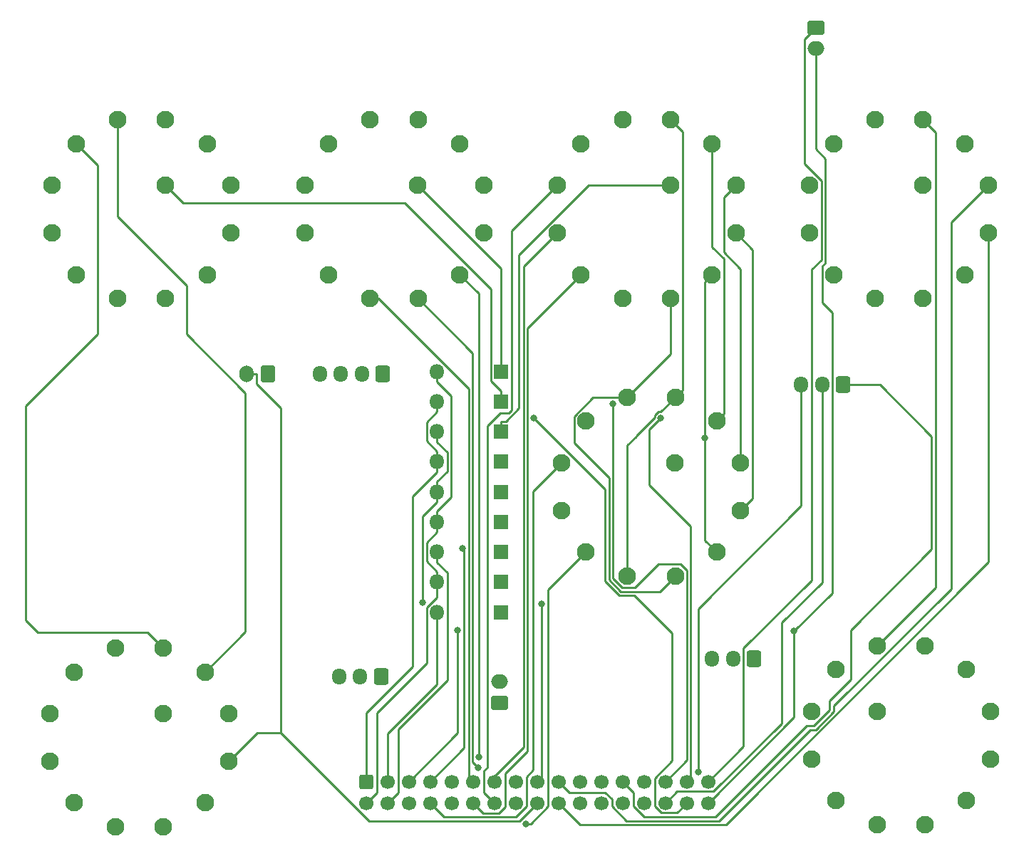
<source format=gbr>
%TF.GenerationSoftware,KiCad,Pcbnew,8.0.2-1*%
%TF.CreationDate,2024-08-11T12:55:08+10:00*%
%TF.ProjectId,VHF-AM-ROTARIES,5648462d-414d-42d5-924f-544152494553,rev?*%
%TF.SameCoordinates,Original*%
%TF.FileFunction,Copper,L2,Bot*%
%TF.FilePolarity,Positive*%
%FSLAX46Y46*%
G04 Gerber Fmt 4.6, Leading zero omitted, Abs format (unit mm)*
G04 Created by KiCad (PCBNEW 8.0.2-1) date 2024-08-11 12:55:08*
%MOMM*%
%LPD*%
G01*
G04 APERTURE LIST*
G04 Aperture macros list*
%AMRoundRect*
0 Rectangle with rounded corners*
0 $1 Rounding radius*
0 $2 $3 $4 $5 $6 $7 $8 $9 X,Y pos of 4 corners*
0 Add a 4 corners polygon primitive as box body*
4,1,4,$2,$3,$4,$5,$6,$7,$8,$9,$2,$3,0*
0 Add four circle primitives for the rounded corners*
1,1,$1+$1,$2,$3*
1,1,$1+$1,$4,$5*
1,1,$1+$1,$6,$7*
1,1,$1+$1,$8,$9*
0 Add four rect primitives between the rounded corners*
20,1,$1+$1,$2,$3,$4,$5,0*
20,1,$1+$1,$4,$5,$6,$7,0*
20,1,$1+$1,$6,$7,$8,$9,0*
20,1,$1+$1,$8,$9,$2,$3,0*%
G04 Aperture macros list end*
%TA.AperFunction,ComponentPad*%
%ADD10RoundRect,0.250000X0.600000X0.725000X-0.600000X0.725000X-0.600000X-0.725000X0.600000X-0.725000X0*%
%TD*%
%TA.AperFunction,ComponentPad*%
%ADD11O,1.700000X1.950000*%
%TD*%
%TA.AperFunction,ComponentPad*%
%ADD12C,2.100000*%
%TD*%
%TA.AperFunction,ComponentPad*%
%ADD13R,1.800000X1.800000*%
%TD*%
%TA.AperFunction,ComponentPad*%
%ADD14O,1.800000X1.800000*%
%TD*%
%TA.AperFunction,ComponentPad*%
%ADD15RoundRect,0.250000X-0.750000X0.600000X-0.750000X-0.600000X0.750000X-0.600000X0.750000X0.600000X0*%
%TD*%
%TA.AperFunction,ComponentPad*%
%ADD16O,2.000000X1.700000*%
%TD*%
%TA.AperFunction,ComponentPad*%
%ADD17RoundRect,0.250000X0.750000X-0.600000X0.750000X0.600000X-0.750000X0.600000X-0.750000X-0.600000X0*%
%TD*%
%TA.AperFunction,ComponentPad*%
%ADD18RoundRect,0.250000X-0.600000X0.600000X-0.600000X-0.600000X0.600000X-0.600000X0.600000X0.600000X0*%
%TD*%
%TA.AperFunction,ComponentPad*%
%ADD19C,1.700000*%
%TD*%
%TA.AperFunction,ComponentPad*%
%ADD20RoundRect,0.250000X0.600000X0.750000X-0.600000X0.750000X-0.600000X-0.750000X0.600000X-0.750000X0*%
%TD*%
%TA.AperFunction,ComponentPad*%
%ADD21O,1.700000X2.000000*%
%TD*%
%TA.AperFunction,ViaPad*%
%ADD22C,0.800000*%
%TD*%
%TA.AperFunction,Conductor*%
%ADD23C,0.250000*%
%TD*%
G04 APERTURE END LIST*
D10*
%TO.P,SW7,1,A*%
%TO.N,ROW14*%
X111550000Y-116900000D03*
D11*
%TO.P,SW7,2,B*%
%TO.N,Net-(D4-K)*%
X109050000Y-116900000D03*
%TO.P,SW7,3,C*%
%TO.N,ROW15*%
X106550000Y-116900000D03*
%TD*%
D12*
%TO.P,J2,1,1*%
%TO.N,ROW10*%
X162725000Y-121031000D03*
%TO.P,J2,2,2*%
%TO.N,ROW11*%
X165572000Y-116100000D03*
%TO.P,J2,3,3*%
%TO.N,ROW12*%
X170503000Y-113253000D03*
%TO.P,J2,4,4*%
%TO.N,unconnected-(J2-Pad4)*%
X176197000Y-113253000D03*
%TO.P,J2,5,5*%
%TO.N,unconnected-(J2-Pad5)*%
X181128000Y-116100000D03*
%TO.P,J2,6,6*%
%TO.N,unconnected-(J2-Pad6)*%
X183975000Y-121031000D03*
%TO.P,J2,7,7*%
%TO.N,unconnected-(J2-Pad7)*%
X183975000Y-126725000D03*
%TO.P,J2,8,8*%
%TO.N,unconnected-(J2-Pad8)*%
X181128000Y-131656000D03*
%TO.P,J2,9,9*%
%TO.N,unconnected-(J2-Pad9)*%
X176197000Y-134503000D03*
%TO.P,J2,10,10*%
%TO.N,unconnected-(J2-Pad10)*%
X170503000Y-134503000D03*
%TO.P,J2,11,11*%
%TO.N,unconnected-(J2-Pad11)*%
X165572000Y-131656000D03*
%TO.P,J2,12,12*%
%TO.N,unconnected-(J2-Pad12)*%
X162725000Y-126725000D03*
%TO.P,J2,A1,A1*%
%TO.N,Net-(D2-K)*%
X170522000Y-121050000D03*
%TD*%
%TO.P,SW2,1,1*%
%TO.N,ROW0*%
X145947000Y-50722000D03*
%TO.P,SW2,2,2*%
%TO.N,ROW1*%
X150878000Y-53569000D03*
%TO.P,SW2,3,3*%
%TO.N,ROW2*%
X153725000Y-58500000D03*
%TO.P,SW2,4,4*%
%TO.N,ROW3*%
X153725000Y-64194000D03*
%TO.P,SW2,5,5*%
%TO.N,ROW4*%
X150878000Y-69125000D03*
%TO.P,SW2,6,6*%
%TO.N,ROW5*%
X145947000Y-71972000D03*
%TO.P,SW2,7,7*%
%TO.N,ROW6*%
X140253000Y-71972000D03*
%TO.P,SW2,8,8*%
%TO.N,ROW7*%
X135322000Y-69125000D03*
%TO.P,SW2,9,9*%
%TO.N,ROW8*%
X132475000Y-64194000D03*
%TO.P,SW2,10,10*%
%TO.N,ROW9*%
X132475000Y-58500000D03*
%TO.P,SW2,11,11*%
%TO.N,unconnected-(SW2-Pad11)*%
X135322000Y-53569000D03*
%TO.P,SW2,12,12*%
%TO.N,unconnected-(SW2-Pad12)*%
X140253000Y-50722000D03*
%TO.P,SW2,A1,A1*%
%TO.N,Net-(D7-K)*%
X145928000Y-58519000D03*
%TD*%
%TO.P,J9,1,1*%
%TO.N,ROW10*%
X85697000Y-113522000D03*
%TO.P,J9,2,2*%
%TO.N,ROW11*%
X90628000Y-116369000D03*
%TO.P,J9,3,3*%
%TO.N,ROW12*%
X93475000Y-121300000D03*
%TO.P,J9,4,4*%
%TO.N,ROW13*%
X93475000Y-126994000D03*
%TO.P,J9,5,5*%
%TO.N,unconnected-(J9-Pad5)*%
X90628000Y-131925000D03*
%TO.P,J9,6,6*%
%TO.N,unconnected-(J9-Pad6)*%
X85697000Y-134772000D03*
%TO.P,J9,7,7*%
%TO.N,unconnected-(J9-Pad7)*%
X80003000Y-134772000D03*
%TO.P,J9,8,8*%
%TO.N,unconnected-(J9-Pad8)*%
X75072000Y-131925000D03*
%TO.P,J9,9,9*%
%TO.N,unconnected-(J9-Pad9)*%
X72225000Y-126994000D03*
%TO.P,J9,10,10*%
%TO.N,unconnected-(J9-Pad10)*%
X72225000Y-121300000D03*
%TO.P,J9,11,11*%
%TO.N,unconnected-(J9-Pad11)*%
X75072000Y-116369000D03*
%TO.P,J9,12,12*%
%TO.N,unconnected-(J9-Pad12)*%
X80003000Y-113522000D03*
%TO.P,J9,A1,A1*%
%TO.N,Net-(D1-K)*%
X85678000Y-121319000D03*
%TD*%
%TO.P,SW5,1,1*%
%TO.N,ROW0*%
X85947000Y-50722000D03*
%TO.P,SW5,2,2*%
%TO.N,ROW1*%
X90878000Y-53569000D03*
%TO.P,SW5,3,3*%
%TO.N,ROW2*%
X93725000Y-58500000D03*
%TO.P,SW5,4,4*%
%TO.N,ROW3*%
X93725000Y-64194000D03*
%TO.P,SW5,5,5*%
%TO.N,ROW4*%
X90878000Y-69125000D03*
%TO.P,SW5,6,6*%
%TO.N,ROW5*%
X85947000Y-71972000D03*
%TO.P,SW5,7,7*%
%TO.N,ROW6*%
X80253000Y-71972000D03*
%TO.P,SW5,8,8*%
%TO.N,ROW7*%
X75322000Y-69125000D03*
%TO.P,SW5,9,9*%
%TO.N,ROW8*%
X72475000Y-64194000D03*
%TO.P,SW5,10,10*%
%TO.N,ROW9*%
X72475000Y-58500000D03*
%TO.P,SW5,11,11*%
%TO.N,ROW10*%
X75322000Y-53569000D03*
%TO.P,SW5,12,12*%
%TO.N,ROW11*%
X80253000Y-50722000D03*
%TO.P,SW5,A1,A1*%
%TO.N,Net-(D5-K)*%
X85928000Y-58519000D03*
%TD*%
%TO.P,SW3,1,1*%
%TO.N,ROW12*%
X175947000Y-50722000D03*
%TO.P,SW3,2,2*%
%TO.N,ROW13*%
X180878000Y-53569000D03*
%TO.P,SW3,3,3*%
%TO.N,ROW14*%
X183725000Y-58500000D03*
%TO.P,SW3,4,4*%
%TO.N,ROW15*%
X183725000Y-64194000D03*
%TO.P,SW3,5,5*%
%TO.N,unconnected-(SW3-Pad5)*%
X180878000Y-69125000D03*
%TO.P,SW3,6,6*%
%TO.N,unconnected-(SW3-Pad6)*%
X175947000Y-71972000D03*
%TO.P,SW3,7,7*%
%TO.N,unconnected-(SW3-Pad7)*%
X170253000Y-71972000D03*
%TO.P,SW3,8,8*%
%TO.N,unconnected-(SW3-Pad8)*%
X165322000Y-69125000D03*
%TO.P,SW3,9,9*%
%TO.N,unconnected-(SW3-Pad9)*%
X162475000Y-64194000D03*
%TO.P,SW3,10,10*%
%TO.N,unconnected-(SW3-Pad10)*%
X162475000Y-58500000D03*
%TO.P,SW3,11,11*%
%TO.N,unconnected-(SW3-Pad11)*%
X165322000Y-53569000D03*
%TO.P,SW3,12,12*%
%TO.N,unconnected-(SW3-Pad12)*%
X170253000Y-50722000D03*
%TO.P,SW3,A1,A1*%
%TO.N,Net-(D8-K)*%
X175928000Y-58519000D03*
%TD*%
%TO.P,SW1,1,1*%
%TO.N,ROW0*%
X115947000Y-50722000D03*
%TO.P,SW1,2,2*%
%TO.N,ROW1*%
X120878000Y-53569000D03*
%TO.P,SW1,3,3*%
%TO.N,ROW2*%
X123725000Y-58500000D03*
%TO.P,SW1,4,4*%
%TO.N,ROW3*%
X123725000Y-64194000D03*
%TO.P,SW1,5,5*%
%TO.N,ROW4*%
X120878000Y-69125000D03*
%TO.P,SW1,6,6*%
%TO.N,ROW5*%
X115947000Y-71972000D03*
%TO.P,SW1,7,7*%
%TO.N,ROW6*%
X110253000Y-71972000D03*
%TO.P,SW1,8,8*%
%TO.N,ROW7*%
X105322000Y-69125000D03*
%TO.P,SW1,9,9*%
%TO.N,ROW8*%
X102475000Y-64194000D03*
%TO.P,SW1,10,10*%
%TO.N,ROW9*%
X102475000Y-58500000D03*
%TO.P,SW1,11,11*%
%TO.N,unconnected-(SW1-Pad11)*%
X105322000Y-53569000D03*
%TO.P,SW1,12,12*%
%TO.N,unconnected-(SW1-Pad12)*%
X110253000Y-50722000D03*
%TO.P,SW1,A1,A1*%
%TO.N,Net-(D6-K)*%
X115928000Y-58519000D03*
%TD*%
%TO.P,SW4,1,1*%
%TO.N,ROW0*%
X146500000Y-83697000D03*
%TO.P,SW4,2,2*%
%TO.N,ROW1*%
X151431000Y-86544000D03*
%TO.P,SW4,3,3*%
%TO.N,ROW2*%
X154278000Y-91475000D03*
%TO.P,SW4,4,4*%
%TO.N,ROW3*%
X154278000Y-97169000D03*
%TO.P,SW4,5,5*%
%TO.N,ROW4*%
X151431000Y-102100000D03*
%TO.P,SW4,6,6*%
%TO.N,ROW5*%
X146500000Y-104947000D03*
%TO.P,SW4,7,7*%
%TO.N,ROW0*%
X140806000Y-104947000D03*
%TO.P,SW4,8,8*%
%TO.N,ROW1*%
X135875000Y-102100000D03*
%TO.P,SW4,9,9*%
%TO.N,ROW2*%
X133028000Y-97169000D03*
%TO.P,SW4,10,10*%
%TO.N,ROW3*%
X133028000Y-91475000D03*
%TO.P,SW4,11,11*%
%TO.N,ROW4*%
X135875000Y-86544000D03*
%TO.P,SW4,12,12*%
%TO.N,ROW5*%
X140806000Y-83697000D03*
%TO.P,SW4,A1,A1*%
%TO.N,Net-(D9-K)*%
X146481000Y-91494000D03*
%TD*%
D13*
%TO.P,D6,1,K*%
%TO.N,Net-(D6-K)*%
X125820000Y-80650000D03*
D14*
%TO.P,D6,2,A*%
%TO.N,COL1*%
X118200000Y-80650000D03*
%TD*%
D15*
%TO.P,J5,1,Pin_1*%
%TO.N,+12V*%
X163200000Y-39760000D03*
D16*
%TO.P,J5,2,Pin_2*%
%TO.N,BACKLIGHT_-V*%
X163200000Y-42260000D03*
%TD*%
D10*
%TO.P,RV1,1,1*%
%TO.N,ANALOG_5V*%
X155875000Y-114800000D03*
D11*
%TO.P,RV1,2,2*%
%TO.N,VHF_AM_VOL*%
X153375000Y-114800000D03*
%TO.P,RV1,3,3*%
%TO.N,ANALOG_GND*%
X150875000Y-114800000D03*
%TD*%
D13*
%TO.P,D4,1,K*%
%TO.N,Net-(D4-K)*%
X125820000Y-105675000D03*
D14*
%TO.P,D4,2,A*%
%TO.N,COL1*%
X118200000Y-105675000D03*
%TD*%
D13*
%TO.P,D7,1,K*%
%TO.N,Net-(D7-K)*%
X125820000Y-87800000D03*
D14*
%TO.P,D7,2,A*%
%TO.N,COL2*%
X118200000Y-87800000D03*
%TD*%
D13*
%TO.P,D9,1,K*%
%TO.N,Net-(D9-K)*%
X125820000Y-102100000D03*
D14*
%TO.P,D9,2,A*%
%TO.N,COL3*%
X118200000Y-102100000D03*
%TD*%
D10*
%TO.P,SW8,1,1*%
%TO.N,VHF_AM_PRESET_A*%
X166455000Y-82200000D03*
D11*
%TO.P,SW8,2,2*%
%TO.N,GND*%
X163955000Y-82200000D03*
%TO.P,SW8,3,3*%
%TO.N,VHF_AM_PRESET_B*%
X161455000Y-82200000D03*
%TD*%
D10*
%TO.P,J3,1,Pin_1*%
%TO.N,+5V*%
X111775000Y-80900000D03*
D11*
%TO.P,J3,2,Pin_2*%
%TO.N,GND*%
X109275000Y-80900000D03*
%TO.P,J3,3,Pin_3*%
%TO.N,VHF_AM_OLED_SC*%
X106775000Y-80900000D03*
%TO.P,J3,4,Pin_4*%
%TO.N,VHF_AM_OLED_SD*%
X104275000Y-80900000D03*
%TD*%
D13*
%TO.P,D2,1,K*%
%TO.N,Net-(D2-K)*%
X125820000Y-109250000D03*
D14*
%TO.P,D2,2,A*%
%TO.N,COL2*%
X118200000Y-109250000D03*
%TD*%
D17*
%TO.P,J4,1,Pin_1*%
%TO.N,+12V*%
X125600000Y-120000000D03*
D16*
%TO.P,J4,2,Pin_2*%
%TO.N,BACKLIGHT_-V*%
X125600000Y-117500000D03*
%TD*%
D13*
%TO.P,D8,1,K*%
%TO.N,Net-(D8-K)*%
X125820000Y-91375000D03*
D14*
%TO.P,D8,2,A*%
%TO.N,COL0*%
X118200000Y-91375000D03*
%TD*%
D13*
%TO.P,D1,1,K*%
%TO.N,Net-(D1-K)*%
X125820000Y-98525000D03*
D14*
%TO.P,D1,2,A*%
%TO.N,COL1*%
X118200000Y-98525000D03*
%TD*%
D13*
%TO.P,D5,1,K*%
%TO.N,Net-(D5-K)*%
X125820000Y-84225000D03*
D14*
%TO.P,D5,2,A*%
%TO.N,COL0*%
X118200000Y-84225000D03*
%TD*%
D13*
%TO.P,D3,1,K*%
%TO.N,Net-(D3-K)*%
X125820000Y-94950000D03*
D14*
%TO.P,D3,2,A*%
%TO.N,COL2*%
X118200000Y-94950000D03*
%TD*%
D18*
%TO.P,J1,1,Pin_1*%
%TO.N,COL0*%
X109775000Y-129400000D03*
D19*
%TO.P,J1,2,Pin_2*%
%TO.N,COL1*%
X109775000Y-131940000D03*
%TO.P,J1,3,Pin_3*%
%TO.N,COL2*%
X112315000Y-129400000D03*
%TO.P,J1,4,Pin_4*%
%TO.N,COL3*%
X112315000Y-131940000D03*
%TO.P,J1,5,Pin_5*%
%TO.N,ROW0*%
X114855000Y-129400000D03*
%TO.P,J1,6,Pin_6*%
%TO.N,ROW1*%
X114855000Y-131940000D03*
%TO.P,J1,7,Pin_7*%
%TO.N,ROW2*%
X117395000Y-129400000D03*
%TO.P,J1,8,Pin_8*%
%TO.N,ROW3*%
X117395000Y-131940000D03*
%TO.P,J1,9,Pin_9*%
%TO.N,ROW4*%
X119935000Y-129400000D03*
%TO.P,J1,10,Pin_10*%
%TO.N,ROW5*%
X119935000Y-131940000D03*
%TO.P,J1,11,Pin_11*%
%TO.N,ROW6*%
X122475000Y-129400000D03*
%TO.P,J1,12,Pin_12*%
%TO.N,ROW7*%
X122475000Y-131940000D03*
%TO.P,J1,13,Pin_13*%
%TO.N,ROW8*%
X125015000Y-129400000D03*
%TO.P,J1,14,Pin_14*%
%TO.N,ROW9*%
X125015000Y-131940000D03*
%TO.P,J1,15,Pin_15*%
%TO.N,ROW10*%
X127555000Y-129400000D03*
%TO.P,J1,16,Pin_16*%
%TO.N,ROW11*%
X127555000Y-131940000D03*
%TO.P,J1,17,Pin_17*%
%TO.N,ROW12*%
X130095000Y-129400000D03*
%TO.P,J1,18,Pin_18*%
%TO.N,ROW13*%
X130095000Y-131940000D03*
%TO.P,J1,19,Pin_19*%
%TO.N,ROW14*%
X132635000Y-129400000D03*
%TO.P,J1,20,Pin_20*%
%TO.N,ROW15*%
X132635000Y-131940000D03*
%TO.P,J1,21,Pin_21*%
%TO.N,ANALOG_5V*%
X135175000Y-129400000D03*
%TO.P,J1,22,Pin_22*%
%TO.N,VHF_AM_VOL*%
X135175000Y-131940000D03*
%TO.P,J1,23,Pin_23*%
%TO.N,ANALOG_GND*%
X137715000Y-129400000D03*
%TO.P,J1,24,Pin_24*%
%TO.N,unconnected-(J1-Pin_24-Pad24)*%
X137715000Y-131940000D03*
%TO.P,J1,25,Pin_25*%
%TO.N,VHF_AM_PRESET_A*%
X140255000Y-129400000D03*
%TO.P,J1,26,Pin_26*%
%TO.N,GND*%
X140255000Y-131940000D03*
%TO.P,J1,27,Pin_27*%
%TO.N,VHF_AM_PRESET_B*%
X142795000Y-129400000D03*
%TO.P,J1,28,Pin_28*%
%TO.N,unconnected-(J1-Pin_28-Pad28)*%
X142795000Y-131940000D03*
%TO.P,J1,29,Pin_29*%
%TO.N,+5V*%
X145335000Y-129400000D03*
%TO.P,J1,30,Pin_30*%
%TO.N,GND*%
X145335000Y-131940000D03*
%TO.P,J1,31,Pin_31*%
%TO.N,VHF_AM_OLED_SC*%
X147875000Y-129400000D03*
%TO.P,J1,32,Pin_32*%
%TO.N,VHF_AM_OLED_SD*%
X147875000Y-131940000D03*
%TO.P,J1,33,Pin_33*%
%TO.N,+12V*%
X150415000Y-129400000D03*
%TO.P,J1,34,Pin_34*%
%TO.N,BACKLIGHT_-V*%
X150415000Y-131940000D03*
%TD*%
D20*
%TO.P,SW6,1,1*%
%TO.N,Net-(D3-K)*%
X98100000Y-80925000D03*
D21*
%TO.P,SW6,2,2*%
%TO.N,ROW13*%
X95600000Y-80925000D03*
%TD*%
D22*
%TO.N,BACKLIGHT_-V*%
X160624000Y-111502300D03*
%TO.N,ROW4*%
X123149700Y-126516000D03*
X150036900Y-88576000D03*
%TO.N,ROW12*%
X130663300Y-108314200D03*
%TO.N,ROW2*%
X121215600Y-101686100D03*
%TO.N,ROW5*%
X123123700Y-127756900D03*
%TO.N,VHF_AM_PRESET_B*%
X149239100Y-128223300D03*
%TO.N,ROW1*%
X128770800Y-134416800D03*
%TO.N,ROW0*%
X120671400Y-111365400D03*
%TO.N,COL2*%
X116512400Y-108104000D03*
%TO.N,+5V*%
X139093900Y-84441200D03*
%TO.N,VHF_AM_OLED_SD*%
X129700100Y-86168000D03*
%TO.N,VHF_AM_OLED_SC*%
X144796200Y-86139500D03*
%TD*%
D23*
%TO.N,ROW10*%
X69300000Y-110200000D02*
X70750000Y-111650000D01*
X77850000Y-76200000D02*
X69300000Y-84750000D01*
X69300000Y-84750000D02*
X69300000Y-110200000D01*
X70750000Y-111650000D02*
X83825000Y-111650000D01*
X83825000Y-111650000D02*
X85697000Y-113522000D01*
X75322000Y-53569000D02*
X77850000Y-56097000D01*
X77850000Y-56097000D02*
X77850000Y-76200000D01*
%TO.N,VHF_AM_PRESET_A*%
X141525000Y-130670000D02*
X140255000Y-129400000D01*
X141525000Y-132346000D02*
X141525000Y-130670000D01*
X142789400Y-133610400D02*
X141525000Y-132346000D01*
X151295700Y-133610400D02*
X142789400Y-133610400D01*
X162132300Y-122773800D02*
X151295700Y-133610400D01*
X162994000Y-122773800D02*
X162132300Y-122773800D01*
X164853800Y-120914000D02*
X162994000Y-122773800D01*
X164853800Y-119767700D02*
X164853800Y-120914000D01*
X167352000Y-117269500D02*
X164853800Y-119767700D01*
X167352000Y-111375800D02*
X167352000Y-117269500D01*
X176958900Y-101768900D02*
X167352000Y-111375800D01*
X176958900Y-88359700D02*
X176958900Y-101768900D01*
X170799200Y-82200000D02*
X176958900Y-88359700D01*
X166455000Y-82200000D02*
X170799200Y-82200000D01*
%TO.N,+12V*%
X154624500Y-125190500D02*
X150415000Y-129400000D01*
X154624500Y-113534900D02*
X154624500Y-125190500D01*
X162705000Y-105454400D02*
X154624500Y-113534900D01*
X162705000Y-68516300D02*
X162705000Y-105454400D01*
X163883800Y-67337500D02*
X162705000Y-68516300D01*
X163883800Y-57961700D02*
X163883800Y-67337500D01*
X161866900Y-55944800D02*
X163883800Y-57961700D01*
X161866900Y-41093100D02*
X161866900Y-55944800D01*
X163200000Y-39760000D02*
X161866900Y-41093100D01*
%TO.N,ROW7*%
X128971100Y-75475900D02*
X135322000Y-69125000D01*
X128971100Y-125762100D02*
X128971100Y-75475900D01*
X126285000Y-128448200D02*
X128971100Y-125762100D01*
X126285000Y-132391600D02*
X126285000Y-128448200D01*
X125539900Y-133136700D02*
X126285000Y-132391600D01*
X123671700Y-133136700D02*
X125539900Y-133136700D01*
X122475000Y-131940000D02*
X123671700Y-133136700D01*
%TO.N,ROW3*%
X155685600Y-66154600D02*
X153725000Y-64194000D01*
X155685600Y-95761400D02*
X155685600Y-66154600D01*
X154278000Y-97169000D02*
X155685600Y-95761400D01*
X129606900Y-94896100D02*
X133028000Y-91475000D01*
X129606900Y-128036800D02*
X129606900Y-94896100D01*
X128825000Y-128818700D02*
X129606900Y-128036800D01*
X128825000Y-132347400D02*
X128825000Y-128818700D01*
X127562500Y-133609900D02*
X128825000Y-132347400D01*
X119064900Y-133609900D02*
X127562500Y-133609900D01*
X117395000Y-131940000D02*
X119064900Y-133609900D01*
%TO.N,ROW6*%
X111256900Y-71972000D02*
X110253000Y-71972000D01*
X121971300Y-82686400D02*
X111256900Y-71972000D01*
X121971300Y-128896300D02*
X121971300Y-82686400D01*
X122475000Y-129400000D02*
X121971300Y-128896300D01*
%TO.N,BACKLIGHT_-V*%
X160624000Y-121731000D02*
X150415000Y-131940000D01*
X160624000Y-111502300D02*
X160624000Y-121731000D01*
X165148000Y-106978300D02*
X160624000Y-111502300D01*
X165148000Y-73663200D02*
X165148000Y-106978300D01*
X163941600Y-72456800D02*
X165148000Y-73663200D01*
X163941600Y-68143700D02*
X163941600Y-72456800D01*
X164335500Y-67749800D02*
X163941600Y-68143700D01*
X164335500Y-55336100D02*
X164335500Y-67749800D01*
X163200000Y-54200600D02*
X164335500Y-55336100D01*
X163200000Y-42260000D02*
X163200000Y-54200600D01*
%TO.N,ROW13*%
X95600000Y-80925000D02*
X96776700Y-80925000D01*
X96878800Y-123590200D02*
X99642300Y-123590200D01*
X93475000Y-126994000D02*
X96878800Y-123590200D01*
X96776700Y-82101700D02*
X96776700Y-80925000D01*
X99642300Y-84967300D02*
X96776700Y-82101700D01*
X99642300Y-123590200D02*
X99642300Y-84967300D01*
X127971800Y-134063200D02*
X130095000Y-131940000D01*
X110115300Y-134063200D02*
X127971800Y-134063200D01*
X99642300Y-123590200D02*
X110115300Y-134063200D01*
%TO.N,ROW11*%
X80253000Y-62249200D02*
X80253000Y-50722000D01*
X88426300Y-70422500D02*
X80253000Y-62249200D01*
X88426300Y-76201400D02*
X88426300Y-70422500D01*
X95400300Y-83175400D02*
X88426300Y-76201400D01*
X95400300Y-111596700D02*
X95400300Y-83175400D01*
X90628000Y-116369000D02*
X95400300Y-111596700D01*
%TO.N,ROW4*%
X123149700Y-71396700D02*
X120878000Y-69125000D01*
X123149700Y-126516000D02*
X123149700Y-71396700D01*
X150036900Y-100705900D02*
X150036900Y-88576000D01*
X151431000Y-102100000D02*
X150036900Y-100705900D01*
X150036900Y-69966100D02*
X150878000Y-69125000D01*
X150036900Y-88576000D02*
X150036900Y-69966100D01*
%TO.N,ROW9*%
X127046700Y-63928300D02*
X132475000Y-58500000D01*
X127046700Y-85260400D02*
X127046700Y-63928300D01*
X126747700Y-85559400D02*
X127046700Y-85260400D01*
X125754100Y-85559400D02*
X126747700Y-85559400D01*
X124185100Y-87128400D02*
X125754100Y-85559400D01*
X124185100Y-127737200D02*
X124185100Y-87128400D01*
X123801300Y-128121000D02*
X124185100Y-127737200D01*
X123801300Y-130726300D02*
X123801300Y-128121000D01*
X125015000Y-131940000D02*
X123801300Y-130726300D01*
%TO.N,Net-(D7-K)*%
X125820000Y-87800000D02*
X125820000Y-86573300D01*
X136201900Y-58519000D02*
X145928000Y-58519000D01*
X127950100Y-66770800D02*
X136201900Y-58519000D01*
X127950100Y-85002100D02*
X127950100Y-66770800D01*
X126378900Y-86573300D02*
X127950100Y-85002100D01*
X125820000Y-86573300D02*
X126378900Y-86573300D01*
%TO.N,ROW12*%
X177440200Y-52215200D02*
X175947000Y-50722000D01*
X177440200Y-106315800D02*
X177440200Y-52215200D01*
X170503000Y-113253000D02*
X177440200Y-106315800D01*
X130663300Y-128831700D02*
X130663300Y-108314200D01*
X130095000Y-129400000D02*
X130663300Y-128831700D01*
%TO.N,Net-(D6-K)*%
X125820000Y-68411000D02*
X115928000Y-58519000D01*
X125820000Y-80650000D02*
X125820000Y-68411000D01*
%TO.N,ROW2*%
X152312200Y-59912800D02*
X153725000Y-58500000D01*
X152312200Y-66487600D02*
X152312200Y-59912800D01*
X154278000Y-68453400D02*
X152312200Y-66487600D01*
X154278000Y-91475000D02*
X154278000Y-68453400D01*
X121421200Y-101891700D02*
X121215600Y-101686100D01*
X121421200Y-125373800D02*
X121421200Y-101891700D01*
X117395000Y-129400000D02*
X121421200Y-125373800D01*
%TO.N,ROW8*%
X125015000Y-128761200D02*
X125015000Y-129400000D01*
X128517000Y-125259200D02*
X125015000Y-128761200D01*
X128517000Y-68152000D02*
X128517000Y-125259200D01*
X132475000Y-64194000D02*
X128517000Y-68152000D01*
%TO.N,Net-(D5-K)*%
X88040800Y-60631800D02*
X85928000Y-58519000D01*
X114395300Y-60631800D02*
X88040800Y-60631800D01*
X124593300Y-70829800D02*
X114395300Y-60631800D01*
X124593300Y-81771600D02*
X124593300Y-70829800D01*
X125820000Y-82998300D02*
X124593300Y-81771600D01*
X125820000Y-84225000D02*
X125820000Y-82998300D01*
%TO.N,ROW5*%
X144643400Y-106803600D02*
X146500000Y-104947000D01*
X140032000Y-106803600D02*
X144643400Y-106803600D01*
X138642200Y-105413800D02*
X140032000Y-106803600D01*
X138642200Y-93287700D02*
X138642200Y-105413800D01*
X134477400Y-89122900D02*
X138642200Y-93287700D01*
X134477400Y-85975500D02*
X134477400Y-89122900D01*
X136755900Y-83697000D02*
X134477400Y-85975500D01*
X140806000Y-83697000D02*
X136755900Y-83697000D01*
X122423000Y-78448000D02*
X115947000Y-71972000D01*
X122423000Y-127056200D02*
X122423000Y-78448000D01*
X123123700Y-127756900D02*
X122423000Y-127056200D01*
X145947000Y-78556000D02*
X140806000Y-83697000D01*
X145947000Y-71972000D02*
X145947000Y-78556000D01*
%TO.N,ROW14*%
X179297300Y-62927700D02*
X183725000Y-58500000D01*
X179297300Y-106470500D02*
X179297300Y-62927700D01*
X165357200Y-120410600D02*
X179297300Y-106470500D01*
X165357200Y-121049400D02*
X165357200Y-120410600D01*
X163181100Y-123225500D02*
X165357200Y-121049400D01*
X162544400Y-123225500D02*
X163181100Y-123225500D01*
X151707800Y-134062100D02*
X162544400Y-123225500D01*
X140697200Y-134062100D02*
X151707800Y-134062100D01*
X138985000Y-132349900D02*
X140697200Y-134062100D01*
X138985000Y-131458300D02*
X138985000Y-132349900D01*
X138196700Y-130670000D02*
X138985000Y-131458300D01*
X133905000Y-130670000D02*
X138196700Y-130670000D01*
X132635000Y-129400000D02*
X133905000Y-130670000D01*
%TO.N,ROW15*%
X183725000Y-103320400D02*
X183725000Y-64194000D01*
X152531600Y-134513800D02*
X183725000Y-103320400D01*
X135208800Y-134513800D02*
X152531600Y-134513800D01*
X132635000Y-131940000D02*
X135208800Y-134513800D01*
%TO.N,VHF_AM_PRESET_B*%
X149239100Y-108836100D02*
X149239100Y-128223300D01*
X161455000Y-96620200D02*
X149239100Y-108836100D01*
X161455000Y-82200000D02*
X161455000Y-96620200D01*
%TO.N,ROW1*%
X150878000Y-65833800D02*
X150878000Y-53569000D01*
X152280100Y-67235900D02*
X150878000Y-65833800D01*
X152280100Y-85694900D02*
X152280100Y-67235900D01*
X151431000Y-86544000D02*
X152280100Y-85694900D01*
X131390000Y-106585000D02*
X135875000Y-102100000D01*
X131390000Y-132356700D02*
X131390000Y-106585000D01*
X129329900Y-134416800D02*
X131390000Y-132356700D01*
X128770800Y-134416800D02*
X129329900Y-134416800D01*
%TO.N,ROW0*%
X147360200Y-82836800D02*
X146500000Y-83697000D01*
X147360200Y-52135200D02*
X147360200Y-82836800D01*
X145947000Y-50722000D02*
X147360200Y-52135200D01*
X120671400Y-123583600D02*
X114855000Y-129400000D01*
X120671400Y-111365400D02*
X120671400Y-123583600D01*
X140806000Y-89391000D02*
X140806000Y-104947000D01*
X141852100Y-88344900D02*
X140806000Y-89391000D01*
X141852100Y-88275100D02*
X141852100Y-88344900D01*
X142277900Y-87849300D02*
X141852100Y-88275100D01*
X142347700Y-87849300D02*
X142277900Y-87849300D01*
X144069500Y-86127500D02*
X142347700Y-87849300D01*
X144069500Y-85838600D02*
X144069500Y-86127500D01*
X144495300Y-85412800D02*
X144069500Y-85838600D01*
X144784200Y-85412800D02*
X144495300Y-85412800D01*
X146500000Y-83697000D02*
X144784200Y-85412800D01*
%TO.N,COL3*%
X119426700Y-104553400D02*
X118200000Y-103326700D01*
X119426700Y-117318300D02*
X119426700Y-104553400D01*
X113569600Y-123175400D02*
X119426700Y-117318300D01*
X113569600Y-130685400D02*
X113569600Y-123175400D01*
X112315000Y-131940000D02*
X113569600Y-130685400D01*
X118200000Y-102100000D02*
X118200000Y-103326700D01*
%TO.N,GND*%
X146698300Y-130576700D02*
X145335000Y-131940000D01*
X151020900Y-130576700D02*
X146698300Y-130576700D01*
X159134300Y-122463300D02*
X151020900Y-130576700D01*
X159134300Y-110512700D02*
X159134300Y-122463300D01*
X163955000Y-105692000D02*
X159134300Y-110512700D01*
X163955000Y-82200000D02*
X163955000Y-105692000D01*
%TO.N,COL2*%
X118200000Y-87800000D02*
X118200000Y-89026700D01*
X118200000Y-94336600D02*
X118200000Y-94790300D01*
X118200000Y-94950000D02*
X118200000Y-94790300D01*
X118200000Y-94336600D02*
X118200000Y-93723300D01*
X118200000Y-94950000D02*
X118200000Y-96176700D01*
X112315000Y-123687800D02*
X112315000Y-129400000D01*
X118200000Y-117802800D02*
X112315000Y-123687800D01*
X118200000Y-109250000D02*
X118200000Y-117802800D01*
X119426700Y-90253400D02*
X118200000Y-89026700D01*
X119426700Y-92496600D02*
X119426700Y-90253400D01*
X118200000Y-93723300D02*
X119426700Y-92496600D01*
X116512400Y-97864300D02*
X116512400Y-108104000D01*
X118200000Y-96176700D02*
X116512400Y-97864300D01*
%TO.N,+5V*%
X139093900Y-105226700D02*
X139093900Y-84441200D01*
X140219100Y-106351900D02*
X139093900Y-105226700D01*
X141715200Y-106351900D02*
X140219100Y-106351900D01*
X144524500Y-103542600D02*
X141715200Y-106351900D01*
X147120400Y-103542600D02*
X144524500Y-103542600D01*
X147880300Y-104302500D02*
X147120400Y-103542600D01*
X147880300Y-126854700D02*
X147880300Y-104302500D01*
X145335000Y-129400000D02*
X147880300Y-126854700D01*
%TO.N,VHF_AM_OLED_SD*%
X138190500Y-94658400D02*
X129700100Y-86168000D01*
X138190500Y-105600900D02*
X138190500Y-94658400D01*
X139844900Y-107255300D02*
X138190500Y-105600900D01*
X141647500Y-107255300D02*
X139844900Y-107255300D01*
X146144800Y-111752600D02*
X141647500Y-107255300D01*
X146144800Y-126926100D02*
X146144800Y-111752600D01*
X144065000Y-129005900D02*
X146144800Y-126926100D01*
X144065000Y-132334200D02*
X144065000Y-129005900D01*
X144847700Y-133116900D02*
X144065000Y-132334200D01*
X146698100Y-133116900D02*
X144847700Y-133116900D01*
X147875000Y-131940000D02*
X146698100Y-133116900D01*
%TO.N,VHF_AM_OLED_SC*%
X143423100Y-87512600D02*
X144796200Y-86139500D01*
X143423100Y-94145100D02*
X143423100Y-87512600D01*
X148353300Y-99075300D02*
X143423100Y-94145100D01*
X148353300Y-128921700D02*
X148353300Y-99075300D01*
X147875000Y-129400000D02*
X148353300Y-128921700D01*
%TO.N,COL1*%
X118200000Y-105675000D02*
X118200000Y-106901700D01*
X118200000Y-105675000D02*
X118200000Y-104448300D01*
X118200000Y-99138300D02*
X118200000Y-99751700D01*
X118200000Y-99138300D02*
X118200000Y-98525000D01*
X118200000Y-98525000D02*
X118200000Y-97298300D01*
X118200000Y-80650000D02*
X118200000Y-81876700D01*
X119885100Y-95613200D02*
X118200000Y-97298300D01*
X119885100Y-83561800D02*
X119885100Y-95613200D01*
X118200000Y-81876700D02*
X119885100Y-83561800D01*
X118200000Y-107494100D02*
X118200000Y-106901700D01*
X116973300Y-108720800D02*
X118200000Y-107494100D01*
X116973300Y-115300400D02*
X116973300Y-108720800D01*
X111045500Y-121228200D02*
X116973300Y-115300400D01*
X111045500Y-130669500D02*
X111045500Y-121228200D01*
X109775000Y-131940000D02*
X111045500Y-130669500D01*
X116973300Y-103221600D02*
X118200000Y-104448300D01*
X116973300Y-100978400D02*
X116973300Y-103221600D01*
X118200000Y-99751700D02*
X116973300Y-100978400D01*
%TO.N,COL0*%
X116973300Y-88921600D02*
X118200000Y-90148300D01*
X116973300Y-86678400D02*
X116973300Y-88921600D01*
X118200000Y-85451700D02*
X116973300Y-86678400D01*
X118200000Y-84225000D02*
X118200000Y-85451700D01*
X118200000Y-91375000D02*
X118200000Y-90148300D01*
X115297900Y-95503800D02*
X118200000Y-92601700D01*
X115297900Y-115700300D02*
X115297900Y-95503800D01*
X109775000Y-121223200D02*
X115297900Y-115700300D01*
X109775000Y-129400000D02*
X109775000Y-121223200D01*
X118200000Y-91375000D02*
X118200000Y-92601700D01*
%TD*%
M02*

</source>
